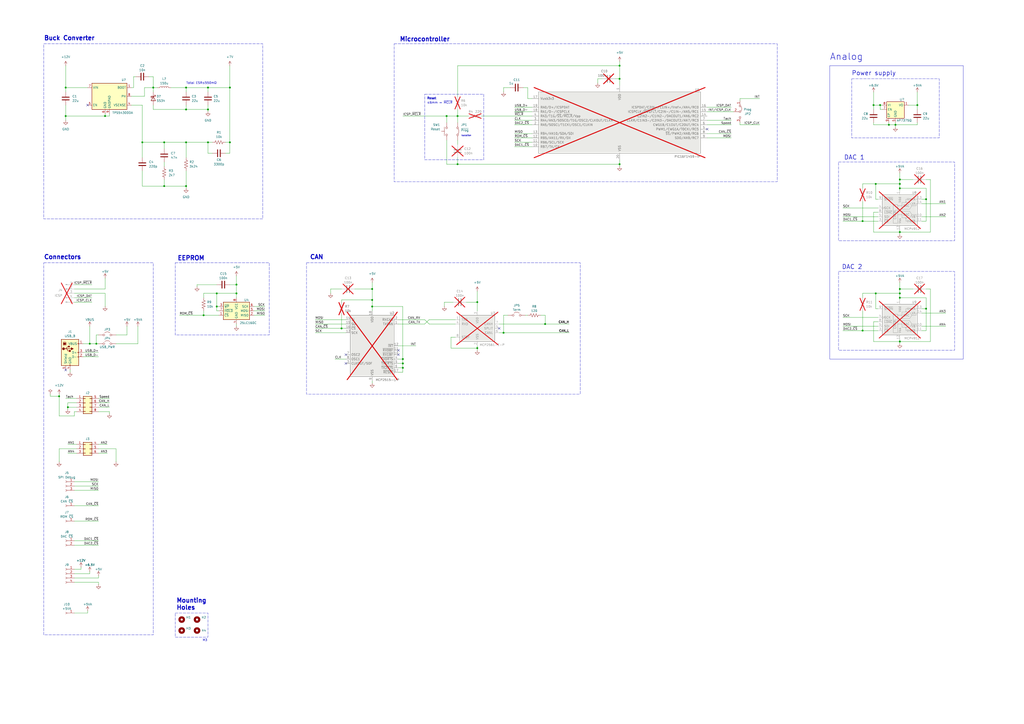
<source format=kicad_sch>
(kicad_sch (version 20250114) (generator "eeschema") (generator_version "9.0")
  (paper "A2")
  (title_block (title "CAN Gauge Interface") (date "2025-09-19") (rev "0.1") (company "Sam Anthony"))
  (rectangle (start 494.03 45.72) (end 544.83 80.01) (stroke (width 0) (type dash)))
  (rectangle (start 25.4 25.4) (end 152.4 127) (stroke (width 0) (type dash)))
  (rectangle (start 101.6 152.4) (end 156.21 194.31) (stroke (width 0) (type dash)))
  (rectangle (start 101.6 355.5999) (end 120.65 369.5699) (stroke (width 0) (type dash)))
  (rectangle (start 246.38 54.61) (end 280.67 92.71) (stroke (width 0) (type dash)))
  (rectangle (start 486.41 157.48) (end 553.72 203.2) (stroke (width 0) (type dash)))
  (rectangle (start 177.8 152.4) (end 336.55 228.6) (stroke (width 0) (type dash)))
  (rectangle (start 25.4 152.4) (end 88.9 368.3) (stroke (width 0) (type dash)))
  (rectangle (start 486.41 93.98) (end 553.72 139.7) (stroke (width 0) (type dash)))
  (rectangle (start 228.6 25.4) (end 450.85 105.41) (stroke (width 0) (type dash)))
  (rectangle (start 481.33 38.1) (end 558.8 208.28))
  (text "Connectors" (at 25.4 149.225 0) (effects (font (size 2.54 2.54) (thickness 0.508) (bold yes)) (justify left)))
  (text "Buck Converter" (at 25.4 22.225 0) (effects (font (size 2.54 2.54) (thickness 0.508) (bold yes)) (justify left)))
  (text "Total ESR≤550mΩ" (at 107.95 48.26 0) (effects (font (size 1.27 1.27)) (justify left)))
  (text "CAN" (at 179.705 149.225 0) (effects (font (size 2.54 2.54) (thickness 0.508) (bold yes)) (justify left)))
  (text "Reset" (at 247.65 57.15 0) (effects (font (size 1.27 1.27) (thickness 0.254) (bold yes)) (justify left)))
  (text "Mounting\nHoles" (at 102.235 350.5199 0) (effects (font (size 2.54 2.54) (thickness 0.508) (bold yes)) (justify left)))
  (text "Power supply" (at 494.03 42.545 0) (effects (font (size 2.54 2.54) (thickness 0.254) (bold yes)) (justify left)))
  (text "M3\n" (at 117.475 371.4749 0) (effects (font (size 1.27 1.27)) (justify left)))
  (text "EEPROM" (at 102.87 149.86 0) (effects (font (size 2.54 2.54) (thickness 0.508) (bold yes)) (justify left)))
  (text "≤6mm ↔ ~{MCLR}" (at 247.65 59.69 0) (effects (font (size 1.27 1.27)) (justify left)))
  (text "DAC 1" (at 489.585 91.44 0) (effects (font (size 2.54 2.54) (thickness 0.254) (bold yes)) (justify left)))
  (text "Microcontroller" (at 231.775 22.86 0) (effects (font (size 2.54 2.54) (thickness 0.508) (bold yes)) (justify left)))
  (text "Analog" (at 481.33 33.02 0) (effects (font (size 3.81 3.81) (thickness 0.254) (bold yes)) (justify left)))
  (text "Isolation" (at 270.51 78.74 0) (effects (font (size 0.889 0.889))))
  (text "DAC 2" (at 488.315 154.94 0) (effects (font (size 2.54 2.54) (thickness 0.254) (bold yes)) (justify left)))
  (junction (at 38.1 50.8))
  (junction (at 120.65 50.8))
  (junction (at 39.37 236.22))
  (junction (at 521.97 170.18))
  (junction (at 515.62 72.39))
  (junction (at 120.65 63.5))
  (junction (at 521.97 172.72))
  (junction (at 137.16 170.18))
  (junction (at 521.97 104.14))
  (junction (at 233.68 210.82))
  (junction (at 508 170.18))
  (junction (at 137.16 165.1))
  (junction (at 537.21 115.57))
  (junction (at 60.96 67.31))
  (junction (at 500.38 191.77))
  (junction (at 359.41 38.1))
  (junction (at 107.95 82.55))
  (junction (at 34.29 229.87))
  (junction (at 519.43 72.39))
  (junction (at 107.95 63.5))
  (junction (at 233.68 208.28))
  (junction (at 359.41 45.72))
  (junction (at 120.65 82.55))
  (junction (at 506.73 60.96))
  (junction (at 55.88 199.39))
  (junction (at 500.38 128.27))
  (junction (at 88.9 50.8))
  (junction (at 521.97 134.62))
  (junction (at 359.41 95.25))
  (junction (at 95.25 107.95))
  (junction (at 82.55 82.55))
  (junction (at 38.1 67.31))
  (junction (at 107.95 107.95))
  (junction (at 215.9 167.64))
  (junction (at 265.43 67.31))
  (junction (at 521.97 106.68))
  (junction (at 521.97 198.12))
  (junction (at 537.21 179.07))
  (junction (at 95.25 82.55))
  (junction (at 276.86 201.93))
  (junction (at 215.9 177.8))
  (junction (at 532.13 60.96))
  (junction (at 276.86 175.26))
  (junction (at 316.23 187.96))
  (junction (at 125.73 177.8))
  (junction (at 133.35 50.8))
  (junction (at 521.97 167.64))
  (junction (at 510.54 60.96))
  (junction (at 118.11 182.88))
  (junction (at 52.07 199.39))
  (junction (at 215.9 173.99))
  (junction (at 508 106.68))
  (junction (at 198.12 190.5))
  (junction (at 125.73 170.18))
  (junction (at 133.35 82.55))
  (junction (at 521.97 109.22))
  (junction (at 107.95 50.8))
  (junction (at 265.43 95.25))
  (junction (at 259.08 67.31))
  (junction (at 233.68 213.36))
  (junction (at 292.1 193.04))
  (no_connect (at 38.1 214.63))
  (no_connect (at 231.14 203.2))
  (no_connect (at 200.66 210.82))
  (no_connect (at 50.8 60.96))
  (no_connect (at 289.56 190.5))
  (no_connect (at 200.66 205.74))
  (no_connect (at 410.21 74.93))
  (no_connect (at 231.14 205.74))
  (wire (pts (xy 231.14 187.96) (xy 246.38 187.96)))
  (wire (pts (xy 265.43 95.25) (xy 265.43 91.44)))
  (wire (pts (xy 410.21 69.85) (xy 424.18 69.85)))
  (wire (pts (xy 510.54 60.96) (xy 506.73 60.96)))
  (wire (pts (xy 215.9 167.64) (xy 215.9 173.99)))
  (wire (pts (xy 506.73 186.69) (xy 509.27 186.69)))
  (wire (pts (xy 292.1 182.88) (xy 294.64 182.88)))
  (wire (pts (xy 44.45 260.35) (xy 34.29 260.35)))
  (wire (pts (xy 233.68 213.36) (xy 233.68 210.82)))
  (wire (pts (xy 506.73 123.19) (xy 509.27 123.19)))
  (wire (pts (xy 265.43 38.1) (xy 359.41 38.1)))
  (wire (pts (xy 231.14 213.36) (xy 233.68 213.36)))
  (wire (pts (xy 519.43 71.12) (xy 519.43 72.39)))
  (wire (pts (xy 289.56 193.04) (xy 292.1 193.04)))
  (wire (pts (xy 521.97 172.72) (xy 521.97 173.99)))
  (wire (pts (xy 215.9 220.98) (xy 215.9 222.25)))
  (wire (pts (xy 60.96 167.64) (xy 60.96 161.29)))
  (wire (pts (xy 510.54 63.5) (xy 510.54 60.96)))
  (wire (pts (xy 48.26 204.47) (xy 57.15 204.47)))
  (wire (pts (xy 127 177.8) (xy 125.73 177.8)))
  (wire (pts (xy 38.1 38.1) (xy 38.1 50.8)))
  (wire (pts (xy 262.89 175.26) (xy 257.81 175.26)))
  (wire (pts (xy 508 179.07) (xy 508 170.18)))
  (wire (pts (xy 500.38 191.77) (xy 509.27 191.77)))
  (wire (pts (xy 118.11 170.18) (xy 125.73 170.18)))
  (wire (pts (xy 265.43 38.1) (xy 265.43 55.88)))
  (wire (pts (xy 534.67 128.27) (xy 537.21 128.27)))
  (wire (pts (xy 488.95 184.15) (xy 509.27 184.15)))
  (wire (pts (xy 120.65 50.8) (xy 133.35 50.8)))
  (wire (pts (xy 521.97 196.85) (xy 521.97 198.12)))
  (wire (pts (xy 82.55 91.44) (xy 82.55 82.55)))
  (wire (pts (xy 233.68 210.82) (xy 233.68 208.28)))
  (wire (pts (xy 123.19 82.55) (xy 120.65 82.55)))
  (wire (pts (xy 521.97 198.12) (xy 521.97 199.39)))
  (wire (pts (xy 537.21 172.72) (xy 521.97 172.72)))
  (wire (pts (xy 410.21 64.77) (xy 425.45 64.77)))
  (wire (pts (xy 510.54 60.96) (xy 511.81 60.96)))
  (wire (pts (xy 34.29 241.3) (xy 34.29 229.87)))
  (wire (pts (xy 198.12 190.5) (xy 198.12 182.88)))
  (wire (pts (xy 57.15 260.35) (xy 67.31 260.35)))
  (wire (pts (xy 52.07 332.74) (xy 52.07 331.47)))
  (wire (pts (xy 39.37 236.22) (xy 39.37 237.49)))
  (wire (pts (xy 38.1 50.8) (xy 38.1 53.34)))
  (wire (pts (xy 43.18 293.37) (xy 57.15 293.37)))
  (wire (pts (xy 57.15 233.68) (xy 63.5 233.68)))
  (wire (pts (xy 298.45 82.55) (xy 308.61 82.55)))
  (wire (pts (xy 506.73 134.62) (xy 521.97 134.62)))
  (wire (pts (xy 82.55 60.96) (xy 82.55 82.55)))
  (wire (pts (xy 534.67 181.61) (xy 548.64 181.61)))
  (wire (pts (xy 539.75 134.62) (xy 521.97 134.62)))
  (wire (pts (xy 182.88 190.5) (xy 198.12 190.5)))
  (wire (pts (xy 43.18 302.26) (xy 57.15 302.26)))
  (wire (pts (xy 429.26 71.12) (xy 429.26 72.39)))
  (wire (pts (xy 95.25 93.98) (xy 95.25 96.52)))
  (wire (pts (xy 509.27 115.57) (xy 508 115.57)))
  (wire (pts (xy 534.67 118.11) (xy 548.64 118.11)))
  (wire (pts (xy 55.88 199.39) (xy 57.15 199.39)))
  (wire (pts (xy 88.9 63.5) (xy 107.95 63.5)))
  (wire (pts (xy 298.45 69.85) (xy 308.61 69.85)))
  (wire (pts (xy 182.88 185.42) (xy 200.66 185.42)))
  (wire (pts (xy 537.21 109.22) (xy 537.21 115.57)))
  (wire (pts (xy 410.21 62.23) (xy 424.18 62.23)))
  (wire (pts (xy 508 106.68) (xy 521.97 106.68)))
  (wire (pts (xy 508 115.57) (xy 508 106.68)))
  (wire (pts (xy 537.21 172.72) (xy 537.21 179.07)))
  (wire (pts (xy 194.31 208.28) (xy 200.66 208.28)))
  (wire (pts (xy 46.99 330.2) (xy 46.99 328.93)))
  (wire (pts (xy 488.95 189.23) (xy 509.27 189.23)))
  (wire (pts (xy 118.11 172.72) (xy 118.11 170.18)))
  (wire (pts (xy 359.41 45.72) (xy 356.87 45.72)))
  (wire (pts (xy 57.15 236.22) (xy 63.5 236.22)))
  (wire (pts (xy 359.41 49.53) (xy 359.41 45.72)))
  (wire (pts (xy 215.9 173.99) (xy 215.9 177.8)))
  (wire (pts (xy 82.55 107.95) (xy 95.25 107.95)))
  (wire (pts (xy 107.95 82.55) (xy 95.25 82.55)))
  (wire (pts (xy 233.68 67.31) (xy 259.08 67.31)))
  (wire (pts (xy 429.26 58.42) (xy 429.26 57.15)))
  (wire (pts (xy 521.97 167.64) (xy 521.97 170.18)))
  (wire (pts (xy 506.73 134.62) (xy 506.73 123.19)))
  (wire (pts (xy 107.95 82.55) (xy 107.95 91.44)))
  (wire (pts (xy 534.67 189.23) (xy 548.64 189.23)))
  (wire (pts (xy 50.8 355.6) (xy 50.8 354.33)))
  (wire (pts (xy 43.18 165.1) (xy 53.34 165.1)))
  (wire (pts (xy 191.77 167.64) (xy 191.77 170.18)))
  (wire (pts (xy 120.65 82.55) (xy 107.95 82.55)))
  (wire (pts (xy 57.15 238.76) (xy 63.5 238.76)))
  (wire (pts (xy 39.37 236.22) (xy 44.45 236.22)))
  (wire (pts (xy 521.97 163.83) (xy 521.97 167.64)))
  (wire (pts (xy 539.75 167.64) (xy 539.75 198.12)))
  (wire (pts (xy 133.35 50.8) (xy 133.35 82.55)))
  (wire (pts (xy 60.96 170.18) (xy 60.96 177.8)))
  (wire (pts (xy 308.61 57.15) (xy 306.07 57.15)))
  (wire (pts (xy 539.75 104.14) (xy 539.75 134.62)))
  (wire (pts (xy 125.73 180.34) (xy 125.73 177.8)))
  (wire (pts (xy 537.21 109.22) (xy 521.97 109.22)))
  (wire (pts (xy 44.45 233.68) (xy 39.37 233.68)))
  (wire (pts (xy 506.73 71.12) (xy 506.73 72.39)))
  (wire (pts (xy 57.15 337.82) (xy 57.15 339.09)))
  (wire (pts (xy 125.73 170.18) (xy 137.16 170.18)))
  (wire (pts (xy 55.88 194.31) (xy 57.15 194.31)))
  (wire (pts (xy 118.11 182.88) (xy 118.11 180.34)))
  (wire (pts (xy 67.31 260.35) (xy 67.31 267.97)))
  (wire (pts (xy 38.1 67.31) (xy 38.1 69.85)))
  (wire (pts (xy 137.16 165.1) (xy 137.16 170.18)))
  (wire (pts (xy 147.32 182.88) (xy 153.67 182.88)))
  (wire (pts (xy 306.07 50.8) (xy 303.53 50.8)))
  (wire (pts (xy 107.95 50.8) (xy 120.65 50.8)))
  (wire (pts (xy 532.13 72.39) (xy 532.13 71.12)))
  (wire (pts (xy 88.9 44.45) (xy 88.9 50.8)))
  (wire (pts (xy 270.51 175.26) (xy 276.86 175.26)))
  (wire (pts (xy 76.2 60.96) (xy 82.55 60.96)))
  (wire (pts (xy 88.9 60.96) (xy 88.9 63.5)))
  (wire (pts (xy 410.21 80.01) (xy 424.18 80.01)))
  (wire (pts (xy 198.12 175.26) (xy 198.12 173.99)))
  (wire (pts (xy 306.07 57.15) (xy 306.07 50.8)))
  (wire (pts (xy 107.95 63.5) (xy 120.65 63.5)))
  (wire (pts (xy 429.26 57.15) (xy 440.69 57.15)))
  (wire (pts (xy 292.1 50.8) (xy 292.1 53.34)))
  (wire (pts (xy 57.15 262.89) (xy 62.23 262.89)))
  (wire (pts (xy 500.38 106.68) (xy 508 106.68)))
  (wire (pts (xy 532.13 60.96) (xy 527.05 60.96)))
  (wire (pts (xy 99.06 50.8) (xy 107.95 50.8)))
  (wire (pts (xy 44.45 238.76) (xy 43.18 238.76)))
  (wire (pts (xy 107.95 60.96) (xy 107.95 63.5)))
  (wire (pts (xy 88.9 53.34) (xy 88.9 50.8)))
  (wire (pts (xy 257.81 175.26) (xy 257.81 177.8)))
  (wire (pts (xy 316.23 182.88) (xy 316.23 187.96)))
  (wire (pts (xy 39.37 257.81) (xy 44.45 257.81)))
  (wire (pts (xy 120.65 82.55) (xy 120.65 88.9)))
  (wire (pts (xy 43.18 335.28) (xy 57.15 335.28)))
  (wire (pts (xy 506.73 60.96) (xy 506.73 53.34)))
  (wire (pts (xy 107.95 107.95) (xy 107.95 109.22)))
  (wire (pts (xy 410.21 72.39) (xy 424.18 72.39)))
  (wire (pts (xy 63.5 238.76) (xy 63.5 240.03)))
  (wire (pts (xy 133.35 82.55) (xy 133.35 88.9)))
  (wire (pts (xy 259.08 67.31) (xy 259.08 71.12)))
  (wire (pts (xy 233.68 177.8) (xy 233.68 208.28)))
  (wire (pts (xy 95.25 107.95) (xy 107.95 107.95)))
  (wire (pts (xy 43.18 316.23) (xy 57.15 316.23)))
  (wire (pts (xy 265.43 81.28) (xy 265.43 83.82)))
  (wire (pts (xy 515.62 72.39) (xy 519.43 72.39)))
  (wire (pts (xy 233.68 177.8) (xy 215.9 177.8)))
  (wire (pts (xy 120.65 50.8) (xy 120.65 53.34)))
  (wire (pts (xy 521.97 109.22) (xy 521.97 110.49)))
  (wire (pts (xy 298.45 77.47) (xy 308.61 77.47)))
  (wire (pts (xy 200.66 190.5) (xy 198.12 190.5)))
  (wire (pts (xy 298.45 85.09) (xy 308.61 85.09)))
  (wire (pts (xy 316.23 187.96) (xy 330.2 187.96)))
  (wire (pts (xy 259.08 67.31) (xy 265.43 67.31)))
  (wire (pts (xy 539.75 198.12) (xy 521.97 198.12)))
  (wire (pts (xy 198.12 173.99) (xy 215.9 173.99)))
  (wire (pts (xy 29.21 228.6) (xy 29.21 229.87)))
  (wire (pts (xy 120.65 63.5) (xy 120.65 60.96)))
  (wire (pts (xy 107.95 107.95) (xy 107.95 99.06)))
  (wire (pts (xy 537.21 179.07) (xy 537.21 191.77)))
  (wire (pts (xy 521.97 100.33) (xy 521.97 104.14)))
  (wire (pts (xy 231.14 215.9) (xy 233.68 215.9)))
  (wire (pts (xy 29.21 229.87) (xy 34.29 229.87)))
  (wire (pts (xy 304.8 182.88) (xy 306.07 182.88)))
  (wire (pts (xy 104.14 182.88) (xy 118.11 182.88)))
  (wire (pts (xy 107.95 50.8) (xy 107.95 53.34)))
  (wire (pts (xy 506.73 198.12) (xy 521.97 198.12)))
  (wire (pts (xy 295.91 50.8) (xy 292.1 50.8)))
  (wire (pts (xy 359.41 95.25) (xy 359.41 96.52)))
  (wire (pts (xy 521.97 104.14) (xy 529.59 104.14)))
  (wire (pts (xy 43.18 284.48) (xy 57.15 284.48)))
  (wire (pts (xy 43.18 281.94) (xy 57.15 281.94)))
  (wire (pts (xy 521.97 170.18) (xy 521.97 172.72)))
  (wire (pts (xy 500.38 172.72) (xy 500.38 170.18)))
  (wire (pts (xy 511.81 63.5) (xy 510.54 63.5)))
  (wire (pts (xy 43.18 238.76) (xy 43.18 241.3)))
  (wire (pts (xy 55.88 199.39) (xy 55.88 194.31)))
  (wire (pts (xy 57.15 231.14) (xy 63.5 231.14)))
  (wire (pts (xy 60.96 67.31) (xy 60.96 66.04)))
  (wire (pts (xy 67.31 199.39) (xy 80.01 199.39)))
  (wire (pts (xy 279.4 67.31) (xy 308.61 67.31)))
  (wire (pts (xy 43.18 241.3) (xy 34.29 241.3)))
  (wire (pts (xy 82.55 82.55) (xy 95.25 82.55)))
  (wire (pts (xy 534.67 179.07) (xy 537.21 179.07)))
  (wire (pts (xy 48.26 199.39) (xy 52.07 199.39)))
  (wire (pts (xy 259.08 81.28) (xy 259.08 95.25)))
  (wire (pts (xy 52.07 199.39) (xy 55.88 199.39)))
  (wire (pts (xy 500.38 170.18) (xy 508 170.18)))
  (wire (pts (xy 298.45 64.77) (xy 308.61 64.77)))
  (wire (pts (xy 500.38 128.27) (xy 509.27 128.27)))
  (wire (pts (xy 532.13 53.34) (xy 532.13 60.96)))
  (wire (pts (xy 147.32 180.34) (xy 153.67 180.34)))
  (wire (pts (xy 120.65 63.5) (xy 120.65 64.77)))
  (wire (pts (xy 521.97 106.68) (xy 521.97 109.22)))
  (wire (pts (xy 57.15 257.81) (xy 62.23 257.81)))
  (wire (pts (xy 410.21 77.47) (xy 424.18 77.47)))
  (wire (pts (xy 76.2 50.8) (xy 77.47 50.8)))
  (wire (pts (xy 508 170.18) (xy 521.97 170.18)))
  (wire (pts (xy 276.86 201.93) (xy 276.86 203.2)))
  (wire (pts (xy 248.92 185.42) (xy 246.38 187.96)))
  (wire (pts (xy 38.1 60.96) (xy 38.1 67.31)))
  (wire (pts (xy 43.18 332.74) (xy 52.07 332.74)))
  (wire (pts (xy 57.15 335.28) (xy 57.15 334.01)))
  (wire (pts (xy 39.37 233.68) (xy 39.37 236.22)))
  (wire (pts (xy 506.73 72.39) (xy 515.62 72.39)))
  (wire (pts (xy 500.38 116.84) (xy 500.38 128.27)))
  (wire (pts (xy 346.71 45.72) (xy 349.25 45.72)))
  (wire (pts (xy 137.16 187.96) (xy 137.16 189.23)))
  (wire (pts (xy 34.29 260.35) (xy 34.29 267.97)))
  (wire (pts (xy 38.1 231.14) (xy 44.45 231.14)))
  (wire (pts (xy 231.14 208.28) (xy 233.68 208.28)))
  (wire (pts (xy 506.73 60.96) (xy 506.73 63.5)))
  (wire (pts (xy 130.81 82.55) (xy 133.35 82.55)))
  (wire (pts (xy 137.16 170.18) (xy 137.16 172.72)))
  (wire (pts (xy 125.73 170.18) (xy 125.73 177.8)))
  (wire (pts (xy 88.9 50.8) (xy 91.44 50.8)))
  (wire (pts (xy 521.97 134.62) (xy 521.97 135.89)))
  (wire (pts (xy 43.18 337.82) (xy 57.15 337.82)))
  (wire (pts (xy 313.69 182.88) (xy 316.23 182.88)))
  (wire (pts (xy 359.41 92.71) (xy 359.41 95.25)))
  (wire (pts (xy 488.95 191.77) (xy 500.38 191.77)))
  (wire (pts (xy 276.86 200.66) (xy 276.86 201.93)))
  (wire (pts (xy 43.18 313.69) (xy 57.15 313.69)))
  (wire (pts (xy 63.5 66.04) (xy 63.5 67.31)))
  (wire (pts (xy 506.73 198.12) (xy 506.73 186.69)))
  (wire (pts (xy 429.26 72.39) (xy 440.69 72.39)))
  (wire (pts (xy 292.1 193.04) (xy 292.1 182.88)))
  (wire (pts (xy 182.88 193.04) (xy 200.66 193.04)))
  (wire (pts (xy 43.18 355.6) (xy 50.8 355.6)))
  (wire (pts (xy 133.35 88.9) (xy 130.81 88.9)))
  (wire (pts (xy 133.35 165.1) (xy 137.16 165.1)))
  (wire (pts (xy 137.16 160.02) (xy 137.16 165.1)))
  (wire (pts (xy 265.43 95.25) (xy 359.41 95.25)))
  (wire (pts (xy 537.21 104.14) (xy 539.75 104.14)))
  (wire (pts (xy 198.12 167.64) (xy 191.77 167.64)))
  (wire (pts (xy 261.62 195.58) (xy 264.16 195.58)))
  (wire (pts (xy 215.9 163.83) (xy 215.9 167.64)))
  (wire (pts (xy 521.97 104.14) (xy 521.97 106.68)))
  (wire (pts (xy 43.18 167.64) (xy 60.96 167.64)))
  (wire (pts (xy 265.43 67.31) (xy 271.78 67.31)))
  (wire (pts (xy 534.67 115.57) (xy 537.21 115.57)))
  (wire (pts (xy 289.56 187.96) (xy 316.23 187.96)))
  (wire (pts (xy 95.25 104.14) (xy 95.25 107.95)))
  (wire (pts (xy 48.26 207.01) (xy 57.15 207.01)))
  (wire (pts (xy 77.47 44.45) (xy 78.74 44.45)))
  (wire (pts (xy 77.47 50.8) (xy 77.47 44.45)))
  (wire (pts (xy 133.35 38.1) (xy 133.35 50.8)))
  (wire (pts (xy 83.82 50.8) (xy 88.9 50.8)))
  (wire (pts (xy 76.2 55.88) (xy 83.82 55.88)))
  (wire (pts (xy 82.55 99.06) (xy 82.55 107.95)))
  (wire (pts (xy 73.66 194.31) (xy 73.66 189.23)))
  (wire (pts (xy 43.18 170.18) (xy 60.96 170.18)))
  (wire (pts (xy 52.07 189.23) (xy 52.07 199.39)))
  (wire (pts (xy 120.65 88.9) (xy 123.19 88.9)))
  (wire (pts (xy 532.13 63.5) (xy 532.13 60.96)))
  (wire (pts (xy 265.43 67.31) (xy 265.43 71.12)))
  (wire (pts (xy 215.9 177.8) (xy 215.9 180.34)))
  (wire (pts (xy 259.08 95.25) (xy 265.43 95.25)))
  (wire (pts (xy 147.32 177.8) (xy 153.67 177.8)))
  (wire (pts (xy 261.62 201.93) (xy 261.62 195.58)))
  (wire (pts (xy 34.29 229.87) (xy 34.29 228.6)))
  (wire (pts (xy 63.5 67.31) (xy 60.96 67.31)))
  (wire (pts (xy 43.18 175.26) (xy 53.34 175.26)))
  (wire (pts (xy 40.64 214.63) (xy 40.64 215.9)))
  (wire (pts (xy 127 180.34) (xy 125.73 180.34)))
  (wire (pts (xy 534.67 125.73) (xy 548.64 125.73)))
  (wire (pts (xy 205.74 167.64) (xy 215.9 167.64)))
  (wire (pts (xy 519.43 72.39) (xy 532.13 72.39)))
  (wire (pts (xy 231.14 185.42) (xy 246.38 185.42)))
  (wire (pts (xy 500.38 109.22) (xy 500.38 106.68)))
  (wire (pts (xy 500.38 180.34) (xy 500.38 191.77)))
  (wire (pts (xy 276.86 201.93) (xy 261.62 201.93)))
  (wire (pts (xy 346.71 48.26) (xy 346.71 45.72)))
  (wire (pts (xy 534.67 191.77) (xy 537.21 191.77)))
  (wire (pts (xy 67.31 194.31) (xy 73.66 194.31)))
  (wire (pts (xy 43.18 279.4) (xy 57.15 279.4)))
  (wire (pts (xy 488.95 128.27) (xy 500.38 128.27)))
  (wire (pts (xy 114.3 165.1) (xy 114.3 166.37)))
  (wire (pts (xy 515.62 71.12) (xy 515.62 72.39)))
  (wire (pts (xy 60.96 67.31) (xy 38.1 67.31)))
  (wire (pts (xy 114.3 165.1) (xy 125.73 165.1)))
  (wire (pts (xy 38.1 50.8) (xy 50.8 50.8)))
  (wire (pts (xy 509.27 179.07) (xy 508 179.07)))
  (wire (pts (xy 298.45 80.01) (xy 308.61 80.01)))
  (wire (pts (xy 519.43 72.39) (xy 519.43 73.66)))
  (wire (pts (xy 359.41 38.1) (xy 359.41 45.72)))
  (wire (pts (xy 276.86 168.91) (xy 276.86 175.26)))
  (wire (pts (xy 127 182.88) (xy 118.11 182.88)))
  (wire (pts (xy 83.82 55.88) (xy 83.82 50.8)))
  (wire (pts (xy 233.68 215.9) (xy 233.68 213.36)))
  (wire (pts (xy 537.21 167.64) (xy 539.75 167.64)))
  (wire (pts (xy 521.97 167.64) (xy 529.59 167.64)))
  (wire (pts (xy 488.95 125.73) (xy 509.27 125.73)))
  (wire (pts (xy 359.41 35.56) (xy 359.41 38.1)))
  (wire (pts (xy 292.1 193.04) (xy 330.2 193.04)))
  (wire (pts (xy 231.14 200.66) (xy 241.3 200.66)))
  (wire (pts (xy 39.37 262.89) (xy 44.45 262.89)))
  (wire (pts (xy 231.14 210.82) (xy 233.68 210.82)))
  (wire (pts (xy 521.97 133.35) (xy 521.97 134.62)))
  (wire (pts (xy 298.45 62.23) (xy 308.61 62.23)))
  (wire (pts (xy 248.92 187.96) (xy 264.16 187.96)))
  (wire (pts (xy 488.95 120.65) (xy 509.27 120.65)))
  (wire (pts (xy 182.88 187.96) (xy 200.66 187.96)))
  (wire (pts (xy 248.92 185.42) (xy 264.16 185.42)))
  (wire (pts (xy 246.38 185.42) (xy 248.92 187.96)))
  (wire (pts (xy 43.18 330.2) (xy 46.99 330.2)))
  (wire (pts (xy 537.21 115.57) (xy 537.21 128.27)))
  (wire (pts (xy 265.43 63.5) (xy 265.43 67.31)))
  (wire (pts (xy 43.18 172.72) (xy 53.34 172.72)))
  (wire (pts (xy 86.36 44.45) (xy 88.9 44.45)))
  (wire (pts (xy 80.01 199.39) (xy 80.01 189.23)))
  (wire (pts (xy 276.86 175.26) (xy 276.86 180.34)))
  (wire (pts (xy 95.25 82.55) (xy 95.25 86.36)))
  (wire (pts (xy 298.45 72.39) (xy 308.61 72.39)))
  (label "DAC1_~{CS}" (at 488.95 128.27 0))
  (label "MISO" (at 57.15 284.48 180))
  (label "CAN_H" (at 330.2 187.96 180) (effects (font (thickness 0.254) (bold yes))))
  (label "SCK" (at 153.67 177.8 180) (effects (font (thickness 0.1588))))
  (label "Speed" (at 63.5 231.14 180) (effects (font (thickness 0.1588))))
  (label "CLK" (at 298.45 69.85 0))
  (label "MOSI" (at 424.18 80.01 180) (effects (font (thickness 0.1588))))
  (label "ICSP_DAT" (at 424.18 62.23 180))
  (label "CAN_L" (at 63.5 236.22 180))
  (label "ROM_~{CS}" (at 104.14 182.88 0) (effects (font (thickness 0.1588))))
  (label "MOSI" (at 182.88 185.42 0) (effects (font (thickness 0.1588))))
  (label "DAC1_~{CS}" (at 298.45 85.09 0))
  (label "AN3" (at 62.23 262.89 180) (effects (font (thickness 0.1588))))
  (label "Speed" (at 424.18 72.39 180))
  (label "AN1" (at 548.64 118.11 180))
  (label "CAN_~{CS}" (at 424.18 77.47 180))
  (label "CAN_~{CS}" (at 57.15 293.37 180))
  (label "INT" (at 440.69 57.15 180))
  (label "CLK" (at 194.31 208.28 0))
  (label "MISO" (at 153.67 182.88 180) (effects (font (thickness 0.1588))))
  (label "INT" (at 241.3 200.66 180) (effects (font (thickness 0.1588))))
  (label "MOSI" (at 153.67 180.34 180) (effects (font (thickness 0.1588))))
  (label "ICSP_CLK" (at 53.34 175.26 180))
  (label "AN2" (at 62.23 257.81 180) (effects (font (thickness 0.1588))))
  (label "SCK" (at 298.45 82.55 0) (effects (font (thickness 0.1588))))
  (label "Tach" (at 38.1 231.14 0) (effects (font (thickness 0.1588))))
  (label "CAN_~{CS}" (at 182.88 190.5 0) (effects (font (thickness 0.1588))))
  (label "ICSP_CLK" (at 440.69 72.39 180))
  (label "USB_D+" (at 298.45 62.23 0))
  (label "SCK" (at 488.95 184.15 0) (effects (font (thickness 0.1588))))
  (label "ROM_~{CS}" (at 57.15 302.26 180))
  (label "AN1" (at 39.37 257.81 0) (effects (font (thickness 0.1588))))
  (label "DAC2_~{CS}" (at 298.45 72.39 0))
  (label "USB_D-" (at 298.45 64.77 0))
  (label "INT{slash}ICSP_CLK" (at 424.18 64.77 180))
  (label "SCK" (at 57.15 281.94 180))
  (label "AN4" (at 39.37 262.89 0) (effects (font (thickness 0.1588))))
  (label "MOSI" (at 488.95 125.73 0))
  (label "AN4" (at 548.64 189.23 180))
  (label "MISO" (at 182.88 187.96 0) (effects (font (thickness 0.1588))))
  (label "DAC1_~{CS}" (at 57.15 313.69 180))
  (label "MOSI" (at 57.15 279.4 180))
  (label "~{MCLR}" (at 298.45 67.31 0))
  (label "AN3" (at 548.64 181.61 180))
  (label "DAC2_~{CS}" (at 57.15 316.23 180))
  (label "USB_D-" (at 57.15 207.01 180))
  (label "AN2" (at 548.64 125.73 180))
  (label "USB_D+" (at 57.15 204.47 180))
  (label "SCK" (at 182.88 193.04 0) (effects (font (thickness 0.1588))))
  (label "Tach" (at 424.18 69.85 180))
  (label "ROM_~{CS}" (at 298.45 80.01 0))
  (label "ICSP_DAT" (at 53.34 172.72 180))
  (label "CAN_RX" (at 243.84 185.42 180))
  (label "ICSP_~{MCLR}" (at 53.34 165.1 180))
  (label "MISO" (at 298.45 77.47 0) (effects (font (thickness 0.1588))))
  (label "ICSP_~{MCLR}" (at 233.68 67.31 0))
  (label "MOSI" (at 488.95 189.23 0))
  (label "CAN_L" (at 330.2 193.04 180) (effects (font (thickness 0.254) (bold yes))))
  (label "SCK" (at 488.95 120.65 0) (effects (font (thickness 0.1588))))
  (label "DAC2_~{CS}" (at 488.95 191.77 0))
  (label "CAN_TX" (at 243.84 187.96 180))
  (label "CAN_H" (at 63.5 233.68 180) (effects (font (thickness 0.1588))))
  (symbol (lib_id "power:GND") (at 107.95 109.22 0) (unit 1)
    (property "Reference" "#PWR012" (effects (hide yes)))
    (property "Value" "GND" (at 107.95 114.3 0))
    (property "Description" "Power symbol creates a global label with name \"GND\" , ground" (effects (hide yes)))
  )
  (symbol (lib_id "power:GND") (at 215.9 222.25 0) (unit 1)
    (property "Reference" "#PWR028" (effects (hide yes)))
    (property "Value" "GND" (effects (hide yes)))
    (property "Description" "Power symbol creates a global label with name \"GND\" , ground" (effects (hide yes)))
  )
  (symbol (lib_id "Connector:USB_B") (at 40.64 204.47 0) (unit 1)
    (property "Reference" "J1" (at 40.64 192.405 0))
    (property "Value" "USB_B" (at 40.64 194.945 0))
    (property "Footprint" "Connector_USB:USB_B_OST_USB-B1HSxx_Horizontal" (effects (hide yes)))
    (property "Description" "USB Type B connector" (effects (hide yes)))
  )
  (symbol (lib_id "Device:C") (at 107.95 57.15 0) (unit 1)
    (property "Reference" "C3" (at 111.125 55.88 0) (effects (justify left)))
    (property "Value" "22u" (at 111.125 58.42 0) (effects (justify left)))
    (property "Description" "Unpolarized capacitor" (effects (hide yes)))
  )
  (symbol (lib_id "power:GND") (at 120.65 64.77 0) (unit 1)
    (property "Reference" "#PWR04" (effects (hide yes)))
    (property "Value" "GND" (at 120.65 69.85 0))
    (property "Description" "Power symbol creates a global label with name \"GND\" , ground" (effects (hide yes)))
  )
  (symbol (lib_id "Device:C") (at 95.25 90.17 0) (unit 1)
    (property "Reference" "C7" (at 99.06 88.8999 0) (effects (justify left)))
    (property "Value" "47n" (at 99.06 91.4399 0) (effects (justify left)))
    (property "Description" "Unpolarized capacitor" (effects (hide yes)))
  )
  (symbol (lib_id "power:GND") (at 57.15 339.09 0) (unit 1)
    (property "Reference" "#PWR039" (effects (hide yes)))
    (property "Value" "GND" (effects (hide yes)))
    (property "Description" "Power symbol creates a global label with name \"GND\" , ground" (effects (hide yes)))
  )
  (symbol (lib_id "power:+12V") (at 34.29 228.6 0) (unit 1)
    (property "Reference" "#PWR029" (effects (hide yes)))
    (property "Value" "+12V" (at 34.29 223.52 0))
    (property "Description" "Power symbol creates a global label with name \"+12V\"" (effects (hide yes)))
  )
  (symbol (lib_id "power:GND") (at 63.5 240.03 0) (unit 1)
    (property "Reference" "#PWR033" (effects (hide yes)))
    (property "Value" "GND" (effects (hide yes)))
    (property "Description" "Power symbol creates a global label with name \"GND\" , ground" (effects (hide yes)))
  )
  (symbol (lib_id "Device:C") (at 129.54 165.1 90) (unit 1)
    (property "Reference" "C15" (at 129.54 158.75 90))
    (property "Value" "100n" (at 129.54 161.29 90))
    (property "Footprint" "Capacitor_THT:C_Disc_D5.0mm_W2.5mm_P2.50mm" (effects (hide yes)))
    (property "Description" "Unpolarized capacitor" (effects (hide yes)))
  )
  (symbol (lib_id "Jumper:Jumper_2_Bridged") (at 265.43 76.2 270) (mirror x) (unit 1)
    (property "Reference" "JP1" (at 267.335 72.39 90) (effects (justify left)))
    (property "Value" "~{Prog}" (at 267.335 75.565 90) (effects (justify left)))
    (property "Footprint" "Connector_PinSocket_2.54mm:PinSocket_1x02_P2.54mm_Vertical" (effects (hide yes)))
    (property "Description" "Jumper, 2-pole, closed/bridged" (effects (hide yes)))
  )
  (symbol (lib_id "Device:C") (at 266.7 175.26 90) (unit 1) (dnp yes)
    (property "Reference" "C14" (at 266.7 168.91 90))
    (property "Value" "100n" (at 266.7 171.45 90))
    (property "Footprint" "Capacitor_THT:C_Disc_D5.0mm_W2.5mm_P2.50mm" (effects (hide yes)))
    (property "Description" "Unpolarized capacitor" (effects (hide yes)))
  )
  (symbol (lib_id "Device:C") (at 38.1 57.15 0) (unit 1)
    (property "Reference" "C1" (at 41.91 55.8799 0) (effects (justify left)))
    (property "Value" "22u" (at 41.91 58.4199 0) (effects (justify left)))
    (property "Description" "Unpolarized capacitor" (effects (hide yes)))
  )
  (symbol (lib_id "Regulator_Switching:TPS5430DDA") (at 63.5 55.88 0) (unit 1)
    (property "Reference" "U?" (at 71.755 46.355 0))
    (property "Value" "TPS5430DDA" (at 71.12 65.405 0))
    (property "Footprint" "Package_SO:TI_SO-PowerPAD-8_ThermalVias" (effects (hide yes)))
    (property "Datasheet" "http://www.ti.com/lit/ds/symlink/tps5430.pdf" (effects (hide yes)))
    (property "Description" "3A, Step Down Swift Converter, Adjustable Output Voltage, 5.5-36V Input Voltage, PowerSO-8" (effects (hide yes)))
  )
  (symbol (lib_id "Device:C") (at 506.73 67.31 0) (unit 1)
    (property "Reference" "C8" (at 503.555 66.04 0) (effects (justify right)))
    (property "Value" "22u" (at 503.555 68.58 0) (effects (justify right)))
    (property "Footprint" "Capacitor_SMD:C_1206_3216Metric_Pad1.33x1.80mm_HandSolder" (effects (hide yes)))
    (property "Description" "Unpolarized capacitor" (effects (hide yes)))
  )
  (symbol (lib_id "Memory_EEPROM:25LCxxx") (at 137.16 180.34 0) (unit 1)
    (property "Reference" "U4" (at 141.605 173.99 0) (effects (justify left)))
    (property "Value" "25LC160C" (at 139.065 187.325 0) (effects (justify left)))
    (property "Footprint" "Package_DIP:DIP-8_W7.62mm" (effects (hide yes)))
    (property "Datasheet" "http://ww1.microchip.com/downloads/en/DeviceDoc/21832H.pdf" (effects (hide yes)))
    (property "Description" "SPI Serial EEPROM, DIP-8/SOIC-8/TSSOP-8" (effects (hide yes)))
  )
  (symbol (lib_id "Jumper:Jumper_3_Bridged12") (at 429.26 64.77 270) (unit 1) (in_bom no)
    (property "Reference" "JP2" (at 433.705 66.04 90))
    (property "Value" "Prog" (at 433.705 63.5 90))
    (property "Footprint" "Connector_PinSocket_2.54mm:PinSocket_1x03_P2.54mm_Vertical" (effects (hide yes)))
    (property "Description" "Jumper, 3-pole, pins 1+2 closed/bridged" (effects (hide yes)))
  )
  (symbol (lib_id "power:GND") (at 521.97 135.89 0) (unit 1)
    (property "Reference" "#PWR017" (effects (hide yes)))
    (property "Value" "GND" (effects (hide yes)))
    (property "Description" "Power symbol creates a global label with name \"GND\" , ground" (effects (hide yes)))
  )
  (symbol (lib_id "power:GND") (at 521.97 199.39 0) (unit 1)
    (property "Reference" "#PWR019" (effects (hide yes)))
    (property "Value" "GND" (effects (hide yes)))
    (property "Description" "Power symbol creates a global label with name \"GND\" , ground" (effects (hide yes)))
  )
  (symbol (lib_id "power:GND") (at 359.41 96.52 0) (unit 1)
    (property "Reference" "#PWR01" (effects (hide yes)))
    (property "Value" "GND" (effects (hide yes)))
    (property "Description" "Power symbol creates a global label with name \"GND\" , ground" (effects (hide yes)))
  )
  (symbol (lib_id "Device:R_US") (at 198.12 179.07 0) (unit 1) (dnp yes)
    (property "Reference" "R7" (at 200.025 177.8 0) (effects (justify left)))
    (property "Value" "10k" (at 200.025 180.34 0) (effects (justify left)))
    (property "Footprint" "Resistor_THT:R_Axial_DIN0411_L9.9mm_D3.6mm_P12.70mm_Horizontal" (effects (hide yes)))
    (property "Description" "Resistor, US symbol" (effects (hide yes)))
  )
  (symbol (lib_id "Device:R_US") (at 118.11 176.53 0) (unit 1)
    (property "Reference" "R9" (at 120.015 175.26 0) (effects (justify left)))
    (property "Value" "10k" (at 120.015 177.8 0) (effects (justify left)))
    (property "Footprint" "Resistor_THT:R_Axial_DIN0411_L9.9mm_D3.6mm_P12.70mm_Horizontal" (effects (hide yes)))
    (property "Description" "Resistor, US symbol" (effects (hide yes)))
  )
  (symbol (lib_id "Mechanical:MountingHole") (at 105.41 359.4099 0) (unit 1) (exclude_from_sim yes) (in_bom no)
    (property "Reference" "H1" (at 107.95 358.1398 0) (effects (justify left)))
    (property "Value" "MountingHole" (effects (hide yes)))
    (property "Footprint" "MountingHole:MountingHole_3.2mm_M3_DIN965" (effects (hide yes)))
    (property "Description" "Mounting Hole without connection" (effects (hide yes)))
  )
  (symbol (lib_id "power:GND") (at 67.31 267.97 0) (unit 1)
    (property "Reference" "#PWR035" (effects (hide yes)))
    (property "Value" "GND" (effects (hide yes)))
    (property "Description" "Power symbol creates a global label with name \"GND\" , ground" (effects (hide yes)))
  )
  (symbol (lib_id "Jumper:Jumper_2_Open") (at 62.23 194.31 0) (unit 1)
    (property "Reference" "JP3" (at 62.23 191.135 0))
    (property "Value" "USB_PWR" (effects (hide yes)))
    (property "Footprint" "Connector_PinSocket_2.54mm:PinSocket_1x02_P2.54mm_Vertical" (effects (hide yes)))
    (property "Description" "Jumper, 2-pole, open" (effects (hide yes)))
  )
  (symbol (lib_id "Jumper:Jumper_2_Open") (at 62.23 199.39 0) (unit 1)
    (property "Reference" "JP4" (at 62.23 196.215 0))
    (property "Value" "USB_PWR" (at 62.23 201.295 0))
    (property "Footprint" "Connector_PinSocket_2.54mm:PinSocket_1x02_P2.54mm_Vertical" (effects (hide yes)))
    (property "Description" "Jumper, 2-pole, open" (effects (hide yes)))
  )
  (symbol (lib_id "Device:C") (at 120.65 57.15 0) (unit 1)
    (property "Reference" "C5" (at 123.825 55.88 0) (effects (justify left)))
    (property "Value" "22u" (at 123.825 58.42 0) (effects (justify left)))
    (property "Description" "Unpolarized capacitor" (effects (hide yes)))
  )
  (symbol (lib_id "Device:C") (at 201.93 167.64 90) (unit 1) (dnp yes)
    (property "Reference" "C13" (at 201.93 161.29 90))
    (property "Value" "100n" (at 201.93 163.83 90))
    (property "Footprint" "Capacitor_THT:C_Disc_D5.0mm_W2.5mm_P2.50mm" (effects (hide yes)))
    (property "Description" "Unpolarized capacitor" (effects (hide yes)))
  )
  (symbol (lib_id "Device:C") (at 82.55 95.25 0) (unit 1)
    (property "Reference" "C4" (at 86.36 93.9799 0) (effects (justify left)))
    (property "Value" "220p" (at 86.36 96.5199 0) (effects (justify left)))
    (property "Description" "Unpolarized capacitor" (effects (hide yes)))
  )
  (symbol (lib_id "Connector:Conn_01x04_Socket") (at 38.1 332.74 0) (mirror y) (unit 1)
    (property "Reference" "J9" (at 38.735 327.66 0))
    (property "Value" "Conn_01x04_Socket" (effects (hide yes)))
    (property "Footprint" "Connector_PinSocket_2.54mm:PinSocket_1x04_P2.54mm_Vertical" (effects (hide yes)))
    (property "Description" "Generic connector, single row, 01x04, script generated" (effects (hide yes)))
  )
  (symbol (lib_id "Connector_Generic:Conn_02x04_Top_Bottom") (at 49.53 233.68 0) (unit 1)
    (property "Reference" "J2" (at 50.8 227.965 0))
    (property "Value" "Conn_02x04_Top_Bottom" (effects (hide yes)))
    (property "Footprint" "Connector_Molex:Molex_Mini-Fit_Jr_5569-08A2_2x04_P4.20mm_Horizontal" (effects (hide yes)))
    (property "Datasheet" "https://www.molex.com/en-us/products/part-detail/39300080?display=pdf" (effects (hide yes)))
    (property "Description" "Generic connector, double row, 02x04, top/bottom pin numbering scheme (row 1: 1...pins_per_row, row2: pins_per_row+1 ... num_pins), script generated (kicad-library-utils/schlib/autogen/connector/)" (effects (hide yes)))
  )
  (symbol (lib_id "power:GND") (at 38.1 69.85 0) (unit 1)
    (property "Reference" "#PWR06" (effects (hide yes)))
    (property "Value" "GND" (at 38.1 74.93 0))
    (property "Description" "Power symbol creates a global label with name \"GND\" , ground" (effects (hide yes)))
  )
  (symbol (lib_id "Device:C") (at 532.13 67.31 0) (unit 1)
    (property "Reference" "C9" (at 535.305 66.04 0) (effects (justify left)))
    (property "Value" "22u" (at 535.305 68.58 0) (effects (justify left)))
    (property "Footprint" "Capacitor_SMD:C_1206_3216Metric_Pad1.33x1.80mm_HandSolder" (effects (hide yes)))
    (property "Description" "Unpolarized capacitor" (effects (hide yes)))
  )
  (symbol (lib_id "Device:C") (at 265.43 87.63 0) (unit 1) (dnp yes)
    (property "Reference" "C12" (at 269.24 86.3599 0) (effects (justify left)))
    (property "Value" "100n" (at 269.24 88.8999 0) (effects (justify left)))
    (property "Footprint" "Capacitor_THT:C_Disc_D5.0mm_W2.5mm_P2.50mm" (effects (hide yes)))
    (property "Description" "Unpolarized capacitor" (effects (hide yes)))
  )
  (symbol (lib_id "Device:R_US") (at 127 82.55 90) (unit 1)
    (property "Reference" "R1" (at 127 76.835 90))
    (property "Value" "10k" (at 127 79.375 90))
    (property "Description" "Resistor, US symbol" (effects (hide yes)))
  )
  (symbol (lib_id "power:GND") (at 519.43 73.66 0) (unit 1)
    (property "Reference" "#PWR022" (effects (hide yes)))
    (property "Value" "GND" (effects (hide yes)))
    (property "Description" "Power symbol creates a global label with name \"GND\" , ground" (effects (hide yes)))
  )
  (symbol (lib_id "power:+5V") (at 73.66 189.23 0) (unit 1)
    (property "Reference" "#PWR032" (effects (hide yes)))
    (property "Value" "+5V" (at 73.66 185.42 0))
    (property "Description" "Power symbol creates a global label with name \"+5V\"" (effects (hide yes)))
  )
  (symbol (lib_id "Device:C") (at 533.4 167.64 90) (unit 1) (dnp yes)
    (property "Reference" "C17" (at 533.4 161.29 90))
    (property "Value" "100n" (at 533.4 163.83 90))
    (property "Footprint" "Capacitor_THT:C_Disc_D5.0mm_W2.5mm_P2.50mm" (effects (hide yes)))
    (property "Description" "Unpolarized capacitor" (effects (hide yes)))
  )
  (symbol (lib_id "Analog_DAC:MCP4912") (at 521.97 120.65 0) (unit 1) (dnp yes)
    (property "Reference" "U8" (at 528.955 111.76 0) (effects (justify left)))
    (property "Value" "MCP4912" (at 524.51 132.715 0) (effects (justify left)))
    (property "Footprint" "Package_DIP:DIP-14_W7.62mm" (effects (hide yes)))
    (property "Datasheet" "http://ww1.microchip.com/downloads/en/DeviceDoc/22250A.pdf" (effects (hide yes)))
    (property "Description" "2-Channel 10-Bit D/A Converters with SPI Interface" (effects (hide yes)))
  )
  (symbol (lib_id "Device:R_US") (at 275.59 67.31 90) (unit 1) (dnp yes)
    (property "Reference" "R4" (at 273.05 64.77 90))
    (property "Value" "220" (at 277.495 64.77 90))
    (property "Footprint" "Resistor_THT:R_Axial_DIN0411_L9.9mm_D3.6mm_P12.70mm_Horizontal" (effects (hide yes)))
    (property "Description" "Resistor, US symbol" (effects (hide yes)))
  )
  (symbol (lib_id "Device:D_Schottky") (at 88.9 57.15 270) (unit 1)
    (property "Reference" "D?" (at 90.805 55.88 90) (effects (justify left)))
    (property "Value" "SS34" (at 90.805 58.42 90) (effects (justify left)))
    (property "Description" "Schottky diode" (effects (hide yes)))
  )
  (symbol (lib_id "Connector:Conn_01x01_Socket") (at 38.1 293.37 0) (mirror y) (unit 1)
    (property "Reference" "J6" (at 38.735 288.29 0))
    (property "Value" "CAN ~{CS}" (at 38.735 290.83 0))
    (property "Footprint" "Connector_PinSocket_2.54mm:PinSocket_1x01_P2.54mm_Vertical" (effects (hide yes)))
    (property "Description" "Generic connector, single row, 01x01, script generated" (effects (hide yes)))
  )
  (symbol (lib_id "power:GND") (at 39.37 237.49 0) (unit 1)
    (property "Reference" "#PWR030" (effects (hide yes)))
    (property "Value" "GND" (effects (hide yes)))
    (property "Description" "Power symbol creates a global label with name \"GND\" , ground" (effects (hide yes)))
  )
  (symbol (lib_id "Connector:Conn_01x01_Socket") (at 38.1 355.6 0) (mirror y) (unit 1)
    (property "Reference" "J10" (at 38.735 350.52 0))
    (property "Value" "+5VA" (at 38.735 353.06 0))
    (property "Footprint" "Connector_PinSocket_2.54mm:PinSocket_1x01_P2.54mm_Vertical" (effects (hide yes)))
    (property "Description" "Generic connector, single row, 01x01, script generated" (effects (hide yes)))
  )
  (symbol (lib_id "power:GND") (at 40.64 215.9 0) (unit 1)
    (property "Reference" "#PWR08" (effects (hide yes)))
    (property "Value" "GND" (effects (hide yes)))
    (property "Description" "Power symbol creates a global label with name \"GND\" , ground" (effects (hide yes)))
  )
  (symbol (lib_id "Device:C") (at 127 88.9 90) (unit 1)
    (property "Reference" "C6" (at 127 92.71 90))
    (property "Value" "3300p" (at 127 95.25 90))
    (property "Description" "Unpolarized capacitor" (effects (hide yes)))
  )
  (symbol (lib_id "power:+6V") (at 52.07 331.47 0) (unit 1)
    (property "Reference" "#PWR014" (effects (hide yes)))
    (property "Value" "+6.5V" (at 52.07 327.66 0))
    (property "Description" "Power symbol creates a global label with name \"+6V\"" (effects (hide yes)))
  )
  (symbol (lib_id "Connector_Generic:Conn_02x03_Top_Bottom") (at 49.53 260.35 0) (unit 1)
    (property "Reference" "J3" (at 50.8 254.635 0))
    (property "Value" "Analog" (effects (hide yes)))
    (property "Footprint" "Connector_Molex:Molex_Mini-Fit_Jr_5569-06A2_2x03_P4.20mm_Horizontal" (effects (hide yes)))
    (property "Description" "Generic connector, double row, 02x03, top/bottom pin numbering scheme (row 1: 1...pins_per_row, row2: pins_per_row+1 ... num_pins), script generated (kicad-library-utils/schlib/autogen/connector/)" (effects (hide yes)))
  )
  (symbol (lib_id "Interface_CAN_LIN:MCP2561-E-P") (at 276.86 190.5 0) (unit 1) (dnp yes)
    (property "Reference" "U3" (at 284.48 181.61 0) (effects (justify left)))
    (property "Value" "MCP2561-E-P" (at 278.13 200.025 0) (effects (justify left)))
    (property "Footprint" "Package_DIP:DIP-8_W7.62mm" (effects (hide yes)))
    (property "Datasheet" "http://ww1.microchip.com/downloads/en/DeviceDoc/25167A.pdf" (effects (hide yes)))
    (property "Description" "High-Speed CAN Transceiver, 1Mbps, 5V supply, SPLIT pin, -40C to +125C, DIP-8" (effects (hide yes)))
  )
  (symbol (lib_id "symbols:AP7375Q") (at 519.43 60.96 0) (unit 1)
    (property "Reference" "U7" (at 523.24 57.785 0))
    (property "Value" "AP7375Q" (at 524.51 69.85 0))
    (property "Footprint" "footprints:Diodes_SO-8EP" (effects (hide yes)))
    (property "Datasheet" "https://www.diodes.com/assets/Datasheets/AP7375Q.pdf" (effects (hide yes)))
    (property "Description" "300mA LDO, automotive compliant, SO-8EP" (effects (hide yes)))
  )
  (symbol (lib_id "Connector:Conn_01x03_Socket") (at 38.1 281.94 0) (mirror y) (unit 1)
    (property "Reference" "J5" (at 38.735 274.32 0))
    (property "Value" "SPI Debug" (at 38.735 276.86 0))
    (property "Footprint" "Connector_PinSocket_2.54mm:PinSocket_1x03_P2.54mm_Vertical" (effects (hide yes)))
    (property "Description" "Generic connector, single row, 01x03, script generated" (effects (hide yes)))
  )
  (symbol (lib_id "Mechanical:MountingHole") (at 114.3 365.7599 0) (unit 1) (exclude_from_sim yes) (in_bom no)
    (property "Reference" "H4" (at 116.84 365.7598 0) (effects (justify left)))
    (property "Value" "MountingHole" (effects (hide yes)))
    (property "Footprint" "MountingHole:MountingHole_3.2mm_M3_DIN965" (effects (hide yes)))
    (property "Description" "Mounting Hole without connection" (effects (hide yes)))
  )
  (symbol (lib_id "Device:R_US") (at 265.43 59.69 0) (unit 1) (dnp yes)
    (property "Reference" "R6" (at 267.335 58.42 0) (effects (justify left)))
    (property "Value" "10k" (at 267.335 60.96 0) (effects (justify left)))
    (property "Footprint" "Resistor_THT:R_Axial_DIN0411_L9.9mm_D3.6mm_P12.70mm_Horizontal" (effects (hide yes)))
    (property "Description" "Resistor, US symbol" (effects (hide yes)))
  )
  (symbol (lib_id "power:+5VA") (at 521.97 163.83 0) (mirror y) (unit 1)
    (property "Reference" "#PWR018" (effects (hide yes)))
    (property "Value" "+5VA" (at 521.97 160.02 0))
    (property "Description" "Power symbol creates a global label with name \"+5VA\"" (effects (hide yes)))
  )
  (symbol (lib_id "power:GND") (at 137.16 189.23 0) (unit 1)
    (property "Reference" "#PWR011" (effects (hide yes)))
    (property "Value" "GND" (effects (hide yes)))
    (property "Description" "Power symbol creates a global label with name \"GND\" , ground" (effects (hide yes)))
  )
  (symbol (lib_id "power:GND") (at 346.71 48.26 0) (unit 1)
    (property "Reference" "#PWR03" (effects (hide yes)))
    (property "Value" "GND" (effects (hide yes)))
    (property "Description" "Power symbol creates a global label with name \"GND\" , ground" (effects (hide yes)))
  )
  (symbol (lib_id "power:GND") (at 257.81 177.8 0) (unit 1)
    (property "Reference" "#PWR024" (effects (hide yes)))
    (property "Value" "GND" (effects (hide yes)))
    (property "Description" "Power symbol creates a global label with name \"GND\" , ground" (effects (hide yes)))
  )
  (symbol (lib_id "Device:C") (at 353.06 45.72 270) (unit 1) (dnp yes)
    (property "Reference" "C10" (at 350.52 41.275 90))
    (property "Value" "100n" (at 349.25 43.815 90))
    (property "Footprint" "Capacitor_THT:C_Disc_D5.0mm_W2.5mm_P2.50mm" (effects (hide yes)))
    (property "Description" "Unpolarized capacitor" (effects (hide yes)))
  )
  (symbol (lib_id "power:+5V") (at 137.16 160.02 0) (unit 1)
    (property "Reference" "#PWR020" (effects (hide yes)))
    (property "Value" "+5V" (at 137.16 154.94 0))
    (property "Description" "Power symbol creates a global label with name \"+5V\"" (effects (hide yes)))
  )
  (symbol (lib_id "power:+5V") (at 215.9 163.83 0) (unit 1)
    (property "Reference" "#PWR027" (effects (hide yes)))
    (property "Value" "+5V" (at 215.9 158.75 0))
    (property "Description" "Power symbol creates a global label with name \"+5V\"" (effects (hide yes)))
  )
  (symbol (lib_id "Device:R_US") (at 95.25 100.33 0) (unit 1)
    (property "Reference" "R3" (at 97.79 99.0599 0) (effects (justify left)))
    (property "Value" "2k7" (at 97.79 101.5999 0) (effects (justify left)))
    (property "Description" "Resistor, US symbol" (effects (hide yes)))
  )
  (symbol (lib_id "Connector:Conn_01x05_Pin") (at 38.1 170.18 0) (unit 1) (dnp yes)
    (property "Reference" "J4" (at 36.195 168.275 0) (effects (justify right)))
    (property "Value" "ICSP" (at 36.195 171.45 0) (effects (justify right)))
    (property "Footprint" "Connector_PinHeader_2.54mm:PinHeader_1x05_P2.54mm_Vertical" (effects (hide yes)))
    (property "Description" "Generic connector, single row, 01x05, script generated" (effects (hide yes)))
  )
  (symbol (lib_id "power:GND") (at 60.96 177.8 0) (unit 1)
    (property "Reference" "#PWR09" (effects (hide yes)))
    (property "Value" "GND" (effects (hide yes)))
    (property "Description" "Power symbol creates a global label with name \"GND\" , ground" (effects (hide yes)))
  )
  (symbol (lib_id "power:GND") (at 114.3 166.37 0) (unit 1)
    (property "Reference" "#PWR021" (effects (hide yes)))
    (property "Value" "GND" (effects (hide yes)))
    (property "Description" "Power symbol creates a global label with name \"GND\" , ground" (effects (hide yes)))
  )
  (symbol (lib_id "Mechanical:MountingHole") (at 114.3 359.4099 0) (unit 1) (exclude_from_sim yes) (in_bom no)
    (property "Reference" "H2" (at 116.84 358.1398 0) (effects (justify left)))
    (property "Value" "MountingHole" (effects (hide yes)))
    (property "Footprint" "MountingHole:MountingHole_3.2mm_M3_DIN965" (effects (hide yes)))
    (property "Description" "Mounting Hole without connection" (effects (hide yes)))
  )
  (symbol (lib_id "power:+5V") (at 276.86 168.91 0) (unit 1)
    (property "Reference" "#PWR025" (effects (hide yes)))
    (property "Value" "+5V" (at 276.86 163.83 0))
    (property "Description" "Power symbol creates a global label with name \"+5V\"" (effects (hide yes)))
  )
  (symbol (lib_id "Device:R_US") (at 107.95 95.25 0) (unit 1)
    (property "Reference" "R2" (at 109.855 93.98 0) (effects (justify left)))
    (property "Value" "3k24" (at 109.855 96.52 0) (effects (justify left)))
    (property "Description" "Resistor, US symbol" (effects (hide yes)))
  )
  (symbol (lib_id "power:+5VA") (at 532.13 53.34 0) (mirror y) (unit 1)
    (property "Reference" "#PWR040" (effects (hide yes)))
    (property "Value" "+5VA" (at 532.13 49.53 0))
    (property "Description" "Power symbol creates a global label with name \"+5VA\"" (effects (hide yes)))
  )
  (symbol (lib_id "power:VBUS") (at 52.07 189.23 0) (unit 1)
    (property "Reference" "#PWR031" (effects (hide yes)))
    (property "Value" "VBUS" (at 52.07 185.42 0))
    (property "Description" "Power symbol creates a global label with name \"VBUS\"" (effects (hide yes)))
  )
  (symbol (lib_id "Device:C") (at 82.55 44.45 90) (unit 1)
    (property "Reference" "C2" (at 82.55 38.1 90))
    (property "Value" "10n" (at 82.55 40.64 90))
    (property "Description" "Unpolarized capacitor" (effects (hide yes)))
  )
  (symbol (lib_id "power:+5VA") (at 521.97 100.33 0) (mirror y) (unit 1)
    (property "Reference" "#PWR016" (effects (hide yes)))
    (property "Value" "+5VA" (at 521.97 96.52 0))
    (property "Description" "Power symbol creates a global label with name \"+5VA\"" (effects (hide yes)))
  )
  (symbol (lib_id "power:PWR_FLAG") (at 29.21 228.6 0) (unit 1)
    (property "Reference" "#FLG01" (effects (hide yes)))
    (property "Value" "+12V" (effects (hide yes)))
    (property "Description" "Special symbol for telling ERC where power comes from" (effects (hide yes)))
  )
  (symbol (lib_id "power:GND") (at 191.77 170.18 0) (unit 1)
    (property "Reference" "#PWR026" (effects (hide yes)))
    (property "Value" "GND" (effects (hide yes)))
    (property "Description" "Power symbol creates a global label with name \"GND\" , ground" (effects (hide yes)))
  )
  (symbol (lib_id "power:GND") (at 34.29 267.97 0) (unit 1)
    (property "Reference" "#PWR034" (effects (hide yes)))
    (property "Value" "GND" (effects (hide yes)))
    (property "Description" "Power symbol creates a global label with name \"GND\" , ground" (effects (hide yes)))
  )
  (symbol (lib_id "Jumper:Jumper_2_Open") (at 299.72 182.88 0) (unit 1)
    (property "Reference" "JP5" (at 299.72 177.165 0))
    (property "Value" "Term" (at 299.72 179.705 0))
    (property "Footprint" "Connector_PinSocket_2.54mm:PinSocket_1x02_P2.54mm_Vertical" (effects (hide yes)))
    (property "Description" "Jumper, 2-pole, open" (effects (hide yes)))
  )
  (symbol (lib_id "power:+6V") (at 506.73 53.34 0) (unit 1)
    (property "Reference" "#PWR013" (effects (hide yes)))
    (property "Value" "+6.5V" (at 506.73 49.53 0))
    (property "Description" "Power symbol creates a global label with name \"+6V\"" (effects (hide yes)))
  )
  (symbol (lib_id "symbols:MCP2515-I/P") (at 215.9 200.66 0) (unit 1) (dnp yes)
    (property "Reference" "U2" (at 226.06 181.61 0) (effects (justify left)))
    (property "Value" "MCP2515-I/P" (at 217.805 220.345 0) (effects (justify left)))
    (property "Footprint" "Package_DIP:DIP-18_W7.62mm" (effects (hide yes)))
    (property "Datasheet" "http://ww1.microchip.com/downloads/en/DeviceDoc/21801e.pdf" (effects (hide yes)))
    (property "Description" "Stand-Alone CAN Controller with SPI Interface, PDIP-18" (effects (hide yes)))
  )
  (symbol (lib_id "power:+5VA") (at 80.01 189.23 0) (mirror y) (unit 1)
    (property "Reference" "#PWR041" (effects (hide yes)))
    (property "Value" "+5VA" (at 80.01 185.42 0))
    (property "Description" "Power symbol creates a global label with name \"+5VA\"" (effects (hide yes)))
  )
  (symbol (lib_id "Mechanical:MountingHole") (at 105.41 365.7599 0) (unit 1) (exclude_from_sim yes) (in_bom no)
    (property "Reference" "H3" (at 107.95 364.4898 0) (effects (justify left)))
    (property "Value" "MountingHole" (effects (hide yes)))
    (property "Footprint" "MountingHole:MountingHole_3.2mm_M3_DIN965" (effects (hide yes)))
    (property "Description" "Mounting Hole without connection" (effects (hide yes)))
  )
  (symbol (lib_id "power:+5V") (at 60.96 161.29 0) (unit 1)
    (property "Reference" "#PWR010" (effects (hide yes)))
    (property "Value" "+5V" (at 60.96 157.48 0))
    (property "Description" "Power symbol creates a global label with name \"+5V\"" (effects (hide yes)))
  )
  (symbol (lib_id "Device:C") (at 533.4 104.14 90) (unit 1) (dnp yes)
    (property "Reference" "C16" (at 533.4 97.79 90))
    (property "Value" "100n" (at 533.4 100.33 90))
    (property "Footprint" "Capacitor_THT:C_Disc_D5.0mm_W2.5mm_P2.50mm" (effects (hide yes)))
    (property "Description" "Unpolarized capacitor" (effects (hide yes)))
  )
  (symbol (lib_id "power:+5VA") (at 50.8 354.33 0) (unit 1)
    (property "Reference" "#PWR038" (effects (hide yes)))
    (property "Value" "+5VA" (at 50.8 350.52 0))
    (property "Description" "Power symbol creates a global label with name \"+5VA\"" (effects (hide yes)))
  )
  (symbol (lib_id "Connector:Conn_01x02_Socket") (at 38.1 313.69 0) (mirror y) (unit 1)
    (property "Reference" "J8" (at 38.735 308.61 0))
    (property "Value" "DAC ~{CS}" (at 38.735 311.15 0))
    (property "Footprint" "Connector_PinSocket_2.54mm:PinSocket_1x02_P2.54mm_Vertical" (effects (hide yes)))
    (property "Description" "Generic connector, single row, 01x02, script generated" (effects (hide yes)))
  )
  (symbol (lib_id "Device:L") (at 95.25 50.8 90) (unit 1)
    (property "Reference" "L?" (at 95.25 45.72 90))
    (property "Value" "150u" (at 95.25 48.26 90))
    (property "Description" "Inductor" (effects (hide yes)))
  )
  (symbol (lib_id "power:+12V") (at 38.1 38.1 0) (unit 1)
    (property "Reference" "#PWR015" (effects (hide yes)))
    (property "Value" "+12V" (at 38.1 33.02 0))
    (property "Description" "Power symbol creates a global label with name \"+12V\"" (effects (hide yes)))
  )
  (symbol (lib_id "power:+12V") (at 46.99 328.93 0) (unit 1)
    (property "Reference" "#PWR036" (effects (hide yes)))
    (property "Value" "+12V" (at 46.99 325.12 0))
    (property "Description" "Power symbol creates a global label with name \"+12V\"" (effects (hide yes)))
  )
  (symbol (lib_id "Analog_DAC:MCP4912") (at 521.97 184.15 0) (unit 1) (dnp yes)
    (property "Reference" "U9" (at 528.955 175.26 0) (effects (justify left)))
    (property "Value" "MCP4912" (at 524.51 196.215 0) (effects (justify left)))
    (property "Footprint" "Package_DIP:DIP-14_W7.62mm" (effects (hide yes)))
    (property "Datasheet" "http://ww1.microchip.com/downloads/en/DeviceDoc/22250A.pdf" (effects (hide yes)))
    (property "Description" "2-Channel 10-Bit D/A Converters with SPI Interface" (effects (hide yes)))
  )
  (symbol (lib_id "Device:R_US") (at 500.38 113.03 0) (unit 1) (dnp yes)
    (property "Reference" "R10" (at 502.285 111.76 0) (effects (justify left)))
    (property "Value" "10k" (at 502.285 114.3 0) (effects (justify left)))
    (property "Footprint" "Resistor_THT:R_Axial_DIN0411_L9.9mm_D3.6mm_P12.70mm_Horizontal" (effects (hide yes)))
    (property "Description" "Resistor, US symbol" (effects (hide yes)))
  )
  (symbol (lib_id "power:GND") (at 276.86 203.2 0) (unit 1)
    (property "Reference" "#PWR023" (effects (hide yes)))
    (property "Value" "GND" (effects (hide yes)))
    (property "Description" "Power symbol creates a global label with name \"GND\" , ground" (effects (hide yes)))
  )
  (symbol (lib_id "Device:C") (at 299.72 50.8 270) (unit 1)
    (property "Reference" "C11" (at 299.72 46.355 90))
    (property "Value" "1u" (at 296.545 48.26 90))
    (property "Footprint" "Capacitor_SMD:C_1206_3216Metric_Pad1.33x1.80mm_HandSolder" (effects (hide yes)))
    (property "Description" "Unpolarized capacitor" (effects (hide yes)))
  )
  (symbol (lib_id "MCU_Microchip_PIC16:PIC16F1459-IP") (at 359.41 67.31 0) (unit 1) (dnp yes)
    (property "Reference" "U1" (at 403.225 52.07 0) (effects (justify left)))
    (property "Value" "PIC16F1459-IP" (at 391.16 90.805 0) (effects (justify left)))
    (property "Footprint" "Package_DIP:DIP-20_W7.62mm" (effects (hide yes)))
    (property "Datasheet" "http://ww1.microchip.com/downloads/en/DeviceDoc/41639A.pdf" (effects (hide yes)))
    (property "Description" "PIC16F1454, 8192W FLASH, 1024B SRAM, PDIP-20" (effects (hide yes)))
  )
  (symbol (lib_id "power:+5V") (at 359.41 35.56 0) (unit 1)
    (property "Reference" "#PWR02" (effects (hide yes)))
    (property "Value" "+5V" (at 359.41 30.48 0))
    (property "Description" "Power symbol creates a global label with name \"+5V\"" (effects (hide yes)))
  )
  (symbol (lib_id "Device:R_US") (at 500.38 176.53 0) (unit 1) (dnp yes)
    (property "Reference" "R11" (at 502.285 175.26 0) (effects (justify left)))
    (property "Value" "10k" (at 502.285 177.8 0) (effects (justify left)))
    (property "Footprint" "Resistor_THT:R_Axial_DIN0411_L9.9mm_D3.6mm_P12.70mm_Horizontal" (effects (hide yes)))
    (property "Description" "Resistor, US symbol" (effects (hide yes)))
  )
  (symbol (lib_id "power:GND") (at 292.1 53.34 0) (unit 1)
    (property "Reference" "#PWR07" (effects (hide yes)))
    (property "Value" "GND" (effects (hide yes)))
    (property "Description" "Power symbol creates a global label with name \"GND\" , ground" (effects (hide yes)))
  )
  (symbol (lib_id "power:+5V") (at 57.15 334.01 0) (unit 1)
    (property "Reference" "#PWR037" (effects (hide yes)))
    (property "Value" "+5V" (at 57.15 330.2 0))
    (property "Description" "Power symbol creates a global label with name \"+5V\"" (effects (hide yes)))
  )
  (symbol (lib_id "Device:R_US") (at 309.88 182.88 90) (unit 1)
    (property "Reference" "R8" (at 309.88 177.8 90))
    (property "Value" "120" (at 309.88 180.34 90))
    (property "Footprint" "Resistor_SMD:R_0805_2012Metric_Pad1.20x1.40mm_HandSolder" (effects (hide yes)))
    (property "Description" "Resistor, US symbol" (effects (hide yes)))
  )
  (symbol (lib_id "Connector:Conn_01x01_Socket") (at 38.1 302.26 0) (mirror y) (unit 1)
    (property "Reference" "J7" (at 38.735 297.18 0))
    (property "Value" "ROM ~{CS}" (at 38.735 299.72 0))
    (property "Footprint" "Connector_PinSocket_2.54mm:PinSocket_1x01_P2.54mm_Vertical" (effects (hide yes)))
    (property "Description" "Generic connector, single row, 01x01, script generated" (effects (hide yes)))
  )
  (symbol (lib_id "Switch:SW_Push") (at 259.08 76.2 90) (unit 1)
    (property "Reference" "SW1" (at 255.27 72.39 90) (effects (justify left)))
    (property "Value" "Reset" (at 255.27 74.93 90) (effects (justify left)))
    (property "Footprint" "Button_Switch_THT:SW_PUSH-12mm" (effects (hide yes)))
    (property "Description" "Push button switch, generic, two pins" (effects (hide yes)))
  )
  (symbol (lib_id "power:+7.5V") (at 133.35 38.1 0) (unit 1)
    (property "Reference" "#PWR05" (effects (hide yes)))
    (property "Value" "+7V" (at 133.35 33.02 0))
    (property "Description" "Power symbol creates a global label with name \"+7.5V\"" (effects (hide yes)))
  )
)
</source>
